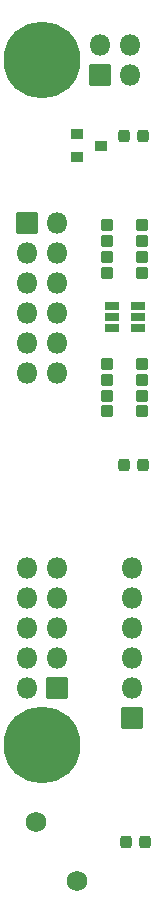
<source format=gbr>
%TF.GenerationSoftware,KiCad,Pcbnew,(6.0.5-0)*%
%TF.CreationDate,2022-06-29T01:01:46-07:00*%
%TF.ProjectId,jetson-nano-ppoe,6a657473-6f6e-42d6-9e61-6e6f2d70706f,rev?*%
%TF.SameCoordinates,PX8b3c880PY8583b00*%
%TF.FileFunction,Soldermask,Top*%
%TF.FilePolarity,Negative*%
%FSLAX46Y46*%
G04 Gerber Fmt 4.6, Leading zero omitted, Abs format (unit mm)*
G04 Created by KiCad (PCBNEW (6.0.5-0)) date 2022-06-29 01:01:46*
%MOMM*%
%LPD*%
G01*
G04 APERTURE LIST*
G04 Aperture macros list*
%AMRoundRect*
0 Rectangle with rounded corners*
0 $1 Rounding radius*
0 $2 $3 $4 $5 $6 $7 $8 $9 X,Y pos of 4 corners*
0 Add a 4 corners polygon primitive as box body*
4,1,4,$2,$3,$4,$5,$6,$7,$8,$9,$2,$3,0*
0 Add four circle primitives for the rounded corners*
1,1,$1+$1,$2,$3*
1,1,$1+$1,$4,$5*
1,1,$1+$1,$6,$7*
1,1,$1+$1,$8,$9*
0 Add four rect primitives between the rounded corners*
20,1,$1+$1,$2,$3,$4,$5,0*
20,1,$1+$1,$4,$5,$6,$7,0*
20,1,$1+$1,$6,$7,$8,$9,0*
20,1,$1+$1,$8,$9,$2,$3,0*%
G04 Aperture macros list end*
%ADD10RoundRect,0.050000X0.850000X0.850000X-0.850000X0.850000X-0.850000X-0.850000X0.850000X-0.850000X0*%
%ADD11O,1.800000X1.800000*%
%ADD12C,1.750000*%
%ADD13C,0.900000*%
%ADD14C,6.500000*%
%ADD15RoundRect,0.050000X-0.450000X-0.400000X0.450000X-0.400000X0.450000X0.400000X-0.450000X0.400000X0*%
%ADD16RoundRect,0.050000X-0.450000X-0.450000X0.450000X-0.450000X0.450000X0.450000X-0.450000X0.450000X0*%
%ADD17RoundRect,0.050000X0.530000X0.325000X-0.530000X0.325000X-0.530000X-0.325000X0.530000X-0.325000X0*%
%ADD18RoundRect,0.050000X0.850000X-0.850000X0.850000X0.850000X-0.850000X0.850000X-0.850000X-0.850000X0*%
%ADD19RoundRect,0.268750X0.218750X0.256250X-0.218750X0.256250X-0.218750X-0.256250X0.218750X-0.256250X0*%
%ADD20RoundRect,0.268750X-0.218750X-0.256250X0.218750X-0.256250X0.218750X0.256250X-0.218750X0.256250X0*%
%ADD21RoundRect,0.050000X-0.850000X-0.850000X0.850000X-0.850000X0.850000X0.850000X-0.850000X0.850000X0*%
G04 APERTURE END LIST*
D10*
%TO.C,J2*%
X5270000Y21870000D03*
D11*
X2730000Y21870000D03*
X5270000Y24410000D03*
X2730000Y24410000D03*
X5270000Y26950000D03*
X2730000Y26950000D03*
X5270000Y29490000D03*
X2730000Y29490000D03*
X5270000Y32030000D03*
X2730000Y32030000D03*
%TD*%
D12*
%TO.C,J1*%
X7000000Y5500000D03*
X3500000Y10500000D03*
%TD*%
D13*
%TO.C,H2*%
X4000000Y77400000D03*
X6400000Y75000000D03*
X1600000Y75000000D03*
X2302944Y76697056D03*
X2302944Y73302944D03*
X5697056Y76697056D03*
D14*
X4000000Y75000000D03*
D13*
X5697056Y73302944D03*
X4000000Y72600000D03*
%TD*%
D15*
%TO.C,Q2*%
X7000000Y68700000D03*
X7000000Y66800000D03*
X9000000Y67750000D03*
%TD*%
D16*
%TO.C,RN1*%
X9500000Y49250000D03*
X9500000Y47910000D03*
X9500000Y46590000D03*
X9500000Y45250000D03*
X12500000Y45250000D03*
X12500000Y46590000D03*
X12500000Y47910000D03*
X12500000Y49250000D03*
%TD*%
D17*
%TO.C,Q4*%
X12100000Y52300000D03*
X12100000Y53250000D03*
X12100000Y54200000D03*
X9900000Y54200000D03*
X9900000Y53250000D03*
X9900000Y52300000D03*
%TD*%
D18*
%TO.C,J3*%
X8870000Y73730000D03*
D11*
X8870000Y76270000D03*
X11410000Y73730000D03*
X11410000Y76270000D03*
%TD*%
D13*
%TO.C,H1*%
X4000000Y19400000D03*
X2302944Y15302944D03*
X6400000Y17000000D03*
X1600000Y17000000D03*
X5697056Y15302944D03*
X2302944Y18697056D03*
D14*
X4000000Y17000000D03*
D13*
X4000000Y14600000D03*
X5697056Y18697056D03*
%TD*%
D19*
%TO.C,D1*%
X12687500Y8800000D03*
X11112500Y8800000D03*
%TD*%
D10*
%TO.C,J5*%
X11620000Y19330000D03*
D11*
X11620000Y21870000D03*
X11620000Y24410000D03*
X11620000Y26950000D03*
X11620000Y29490000D03*
X11620000Y32030000D03*
%TD*%
D20*
%TO.C,D2*%
X10962500Y68600000D03*
X12537500Y68600000D03*
%TD*%
D21*
%TO.C,J4*%
X2730000Y61240000D03*
D11*
X5270000Y61240000D03*
X2730000Y58700000D03*
X5270000Y58700000D03*
X2730000Y56160000D03*
X5270000Y56160000D03*
X2730000Y53620000D03*
X5270000Y53620000D03*
X2730000Y51080000D03*
X5270000Y51080000D03*
X2730000Y48540000D03*
X5270000Y48540000D03*
%TD*%
D19*
%TO.C,D3*%
X12537500Y40750000D03*
X10962500Y40750000D03*
%TD*%
D16*
%TO.C,RN2*%
X9500000Y61000000D03*
X9500000Y59660000D03*
X9500000Y58340000D03*
X9500000Y57000000D03*
X12500000Y57000000D03*
X12500000Y58340000D03*
X12500000Y59660000D03*
X12500000Y61000000D03*
%TD*%
M02*

</source>
